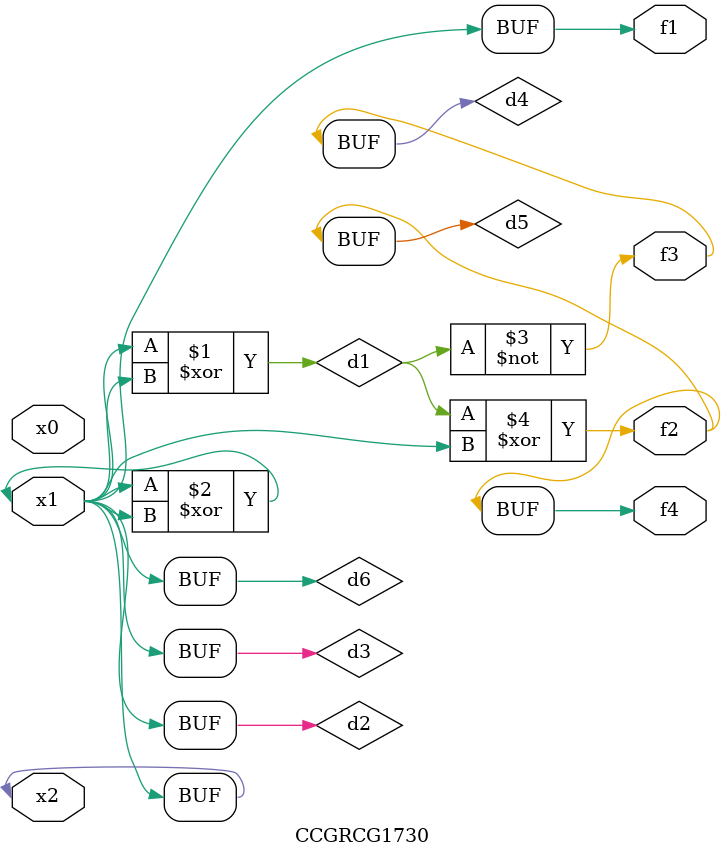
<source format=v>
module CCGRCG1730(
	input x0, x1, x2,
	output f1, f2, f3, f4
);

	wire d1, d2, d3, d4, d5, d6;

	xor (d1, x1, x2);
	buf (d2, x1, x2);
	xor (d3, x1, x2);
	nor (d4, d1);
	xor (d5, d1, d2);
	buf (d6, d2, d3);
	assign f1 = d6;
	assign f2 = d5;
	assign f3 = d4;
	assign f4 = d5;
endmodule

</source>
